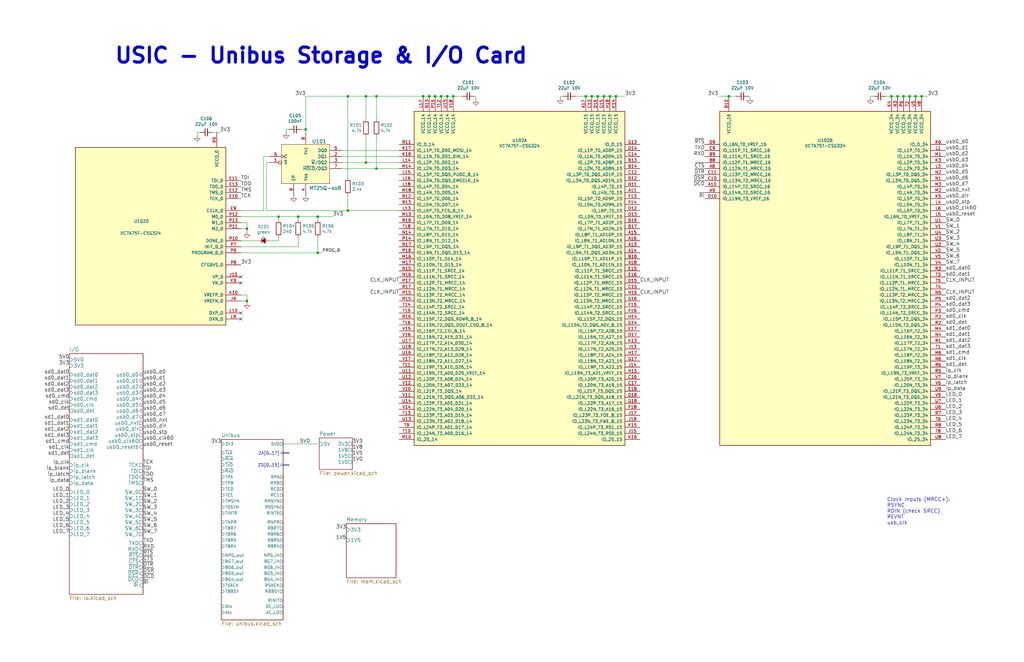
<source format=kicad_sch>
(kicad_sch (version 20230121) (generator eeschema)
  (paper "B")
  (title_block (title "Unibus Storage & I/O Card (USIC)") (date "2020-11-16") (rev "0.2"))
  (junction (at 104.14 127))
  (junction (at 375.92 40.64))
  (junction (at 254.635 40.64))
  (junction (at 158.75 40.64))
  (junction (at 133.985 91.44))
  (junction (at 383.54 40.64))
  (junction (at 146.685 40.64))
  (junction (at 307.34 40.64))
  (junction (at 158.75 71.12))
  (junction (at 191.135 40.64))
  (junction (at 125.73 91.44))
  (junction (at 183.515 40.64))
  (junction (at 117.475 91.44))
  (junction (at 104.14 96.52))
  (junction (at 180.975 40.64))
  (junction (at 249.555 40.64))
  (junction (at 259.715 40.64))
  (junction (at 133.985 106.68))
  (junction (at 247.015 40.64))
  (junction (at 178.435 40.64))
  (junction (at 154.305 40.64))
  (junction (at 128.905 54.61))
  (junction (at 386.08 40.64))
  (junction (at 146.685 88.9))
  (junction (at 257.175 40.64))
  (junction (at 186.055 40.64))
  (junction (at 388.62 40.64))
  (junction (at 252.095 40.64))
  (junction (at 378.46 40.64))
  (junction (at 188.595 40.64))
  (junction (at 381 40.64))
  (junction (at 154.305 68.58))
  (no_connect (at 101.6 116.84))
  (no_connect (at 101.6 132.08))
  (no_connect (at 101.6 119.38))
  (no_connect (at 101.6 134.62))
  (wire (pts (xy 188.595 40.64) (xy 191.135 40.64)))
  (wire (pts (xy 128.905 54.61) (xy 128.905 55.88)))
  (bus (pts (xy 121.92 196.215) (xy 119.38 196.215)))
  (wire (pts (xy 252.095 40.64) (xy 249.555 40.64)))
  (wire (pts (xy 101.6 104.14) (xy 125.73 104.14)))
  (wire (pts (xy 128.905 40.64) (xy 128.905 54.61)))
  (wire (pts (xy 158.75 40.64) (xy 178.435 40.64)))
  (wire (pts (xy 375.92 40.64) (xy 378.46 40.64)))
  (bus (pts (xy 121.92 191.135) (xy 119.38 191.135)))
  (wire (pts (xy 315.595 40.64) (xy 316.23 40.64)))
  (wire (pts (xy 247.015 40.64) (xy 242.57 40.64)))
  (wire (pts (xy 101.6 127) (xy 104.14 127)))
  (wire (pts (xy 113.665 101.6) (xy 117.475 101.6)))
  (wire (pts (xy 89.535 55.88) (xy 92.71 55.88)))
  (wire (pts (xy 128.905 40.64) (xy 146.685 40.64)))
  (wire (pts (xy 101.6 106.68) (xy 133.985 106.68)))
  (wire (pts (xy 144.145 63.5) (xy 168.275 63.5)))
  (wire (pts (xy 236.22 41.275) (xy 236.22 40.64)))
  (wire (pts (xy 316.23 40.64) (xy 316.23 41.275)))
  (wire (pts (xy 259.715 40.64) (xy 257.175 40.64)))
  (wire (pts (xy 120.65 54.61) (xy 121.92 54.61)))
  (wire (pts (xy 133.985 91.44) (xy 125.73 91.44)))
  (wire (pts (xy 383.54 40.64) (xy 386.08 40.64)))
  (wire (pts (xy 158.75 71.12) (xy 168.275 71.12)))
  (wire (pts (xy 101.6 88.9) (xy 111.125 88.9)))
  (wire (pts (xy 146.685 40.64) (xy 154.305 40.64)))
  (wire (pts (xy 381 40.64) (xy 383.54 40.64)))
  (wire (pts (xy 144.145 68.58) (xy 154.305 68.58)))
  (wire (pts (xy 127 54.61) (xy 128.905 54.61)))
  (wire (pts (xy 146.685 40.64) (xy 146.685 74.93)))
  (wire (pts (xy 112.395 88.9) (xy 146.685 88.9)))
  (wire (pts (xy 158.75 57.785) (xy 158.75 71.12)))
  (wire (pts (xy 249.555 40.64) (xy 247.015 40.64)))
  (wire (pts (xy 104.14 127) (xy 104.14 127.635)))
  (wire (pts (xy 178.435 40.64) (xy 180.975 40.64)))
  (wire (pts (xy 140.335 91.44) (xy 133.985 91.44)))
  (wire (pts (xy 186.055 40.64) (xy 188.595 40.64)))
  (wire (pts (xy 154.305 68.58) (xy 168.275 68.58)))
  (wire (pts (xy 112.395 68.58) (xy 113.665 68.58)))
  (wire (pts (xy 111.125 66.04) (xy 113.665 66.04)))
  (wire (pts (xy 104.14 96.52) (xy 104.14 93.98)))
  (wire (pts (xy 183.515 40.64) (xy 186.055 40.64)))
  (wire (pts (xy 125.73 91.44) (xy 117.475 91.44)))
  (wire (pts (xy 133.985 106.68) (xy 133.985 100.33)))
  (wire (pts (xy 200.025 40.64) (xy 200.66 40.64)))
  (wire (pts (xy 120.65 55.88) (xy 120.65 54.61)))
  (wire (pts (xy 133.985 106.68) (xy 135.89 106.68)))
  (wire (pts (xy 307.34 40.64) (xy 310.515 40.64)))
  (wire (pts (xy 263.525 40.64) (xy 259.715 40.64)))
  (wire (pts (xy 104.14 93.98) (xy 101.6 93.98)))
  (wire (pts (xy 101.6 124.46) (xy 104.14 124.46)))
  (wire (pts (xy 119.38 187.325) (xy 134.62 187.325)))
  (wire (pts (xy 101.6 91.44) (xy 117.475 91.44)))
  (wire (pts (xy 125.73 104.14) (xy 125.73 100.33)))
  (wire (pts (xy 154.305 40.64) (xy 158.75 40.64)))
  (wire (pts (xy 104.14 124.46) (xy 104.14 127)))
  (wire (pts (xy 101.6 101.6) (xy 108.585 101.6)))
  (wire (pts (xy 111.125 66.04) (xy 111.125 88.9)))
  (wire (pts (xy 154.305 57.785) (xy 154.305 68.58)))
  (wire (pts (xy 117.475 91.44) (xy 117.475 92.71)))
  (wire (pts (xy 154.305 50.165) (xy 154.305 40.64)))
  (wire (pts (xy 112.395 88.9) (xy 112.395 68.58)))
  (wire (pts (xy 117.475 100.33) (xy 117.475 101.6)))
  (wire (pts (xy 125.73 91.44) (xy 125.73 92.71)))
  (wire (pts (xy 83.185 57.15) (xy 83.185 55.88)))
  (wire (pts (xy 146.685 88.9) (xy 168.275 88.9)))
  (wire (pts (xy 367.03 40.64) (xy 368.3 40.64)))
  (wire (pts (xy 388.62 40.64) (xy 391.16 40.64)))
  (wire (pts (xy 254.635 40.64) (xy 252.095 40.64)))
  (wire (pts (xy 158.75 50.165) (xy 158.75 40.64)))
  (wire (pts (xy 133.985 92.71) (xy 133.985 91.44)))
  (wire (pts (xy 191.135 40.64) (xy 194.945 40.64)))
  (wire (pts (xy 144.145 66.04) (xy 168.275 66.04)))
  (wire (pts (xy 236.22 40.64) (xy 237.49 40.64)))
  (wire (pts (xy 378.46 40.64) (xy 381 40.64)))
  (wire (pts (xy 257.175 40.64) (xy 254.635 40.64)))
  (wire (pts (xy 200.66 40.64) (xy 200.66 41.91)))
  (wire (pts (xy 386.08 40.64) (xy 388.62 40.64)))
  (wire (pts (xy 101.6 96.52) (xy 104.14 96.52)))
  (wire (pts (xy 144.145 71.12) (xy 158.75 71.12)))
  (wire (pts (xy 146.685 82.55) (xy 146.685 88.9)))
  (wire (pts (xy 373.38 40.64) (xy 375.92 40.64)))
  (wire (pts (xy 302.895 40.64) (xy 307.34 40.64)))
  (wire (pts (xy 180.975 40.64) (xy 183.515 40.64)))
  (wire (pts (xy 104.14 97.79) (xy 104.14 96.52)))
  (wire (pts (xy 367.03 41.275) (xy 367.03 40.64)))
  (wire (pts (xy 83.185 55.88) (xy 84.455 55.88)))
  (text "USIC - Unibus Storage & I/O Card" (at 222.885 27.305 0) (effects (font (size 6.35 6.35) (thickness 1.27) bold) (justify right bottom)))
  (text "Clock Inputs (MRCC+):\nRSYNC\nRDIN (check SRCC)\nREVNT\nusb_clk" (at 374.015 221.615 0) (effects (font (size 1.524 1.524)) (justify left bottom)))
  (label "5V0" (at 126.365 187.325 0) (effects (font (size 1.524 1.524))))
  (label "TDI" (at 60.325 198.755 0) (effects (font (size 1.524 1.524))))
  (label "~{DCD}" (at 60.325 244.475 0) (effects (font (size 1.524 1.524))))
  (label "sd1_dat2" (at 29.21 182.245 180) (effects (font (size 1.524 1.524))))
  (label "ip_clk" (at 398.78 157.48 0) (effects (font (size 1.524 1.524))))
  (label "SW_1" (at 398.78 96.52 0) (effects (font (size 1.524 1.524))))
  (label "sd1_clk" (at 29.21 189.865 180) (effects (font (size 1.524 1.524))))
  (label "SW_7" (at 60.325 225.425 0) (effects (font (size 1.524 1.524))))
  (label "SW_3" (at 60.325 215.265 0) (effects (font (size 1.524 1.524))))
  (label "usb0_d6" (at 398.78 76.2 0) (effects (font (size 1.524 1.524))))
  (label "usb0_d0" (at 398.78 60.96 0) (effects (font (size 1.524 1.524))))
  (label "sd0_dat2" (at 29.21 163.195 180) (effects (font (size 1.524 1.524))))
  (label "~{DCD}" (at 297.18 78.74 180) (effects (font (size 1.524 1.524))))
  (label "LED_2" (at 29.21 212.725 180) (effects (font (size 1.524 1.524))))
  (label "SW_0" (at 398.78 93.98 0) (effects (font (size 1.524 1.524))))
  (label "TMS" (at 101.6 81.28 0) (effects (font (size 1.524 1.524))))
  (label "ip_clk" (at 29.21 196.215 180) (effects (font (size 1.524 1.524))))
  (label "LED_5" (at 398.78 180.34 0) (effects (font (size 1.524 1.524))))
  (label "LED_6" (at 29.21 222.885 180) (effects (font (size 1.524 1.524))))
  (label "LED_7" (at 29.21 225.425 180) (effects (font (size 1.524 1.524))))
  (label "ip_blank" (at 398.78 160.02 0) (effects (font (size 1.524 1.524))))
  (label "usb0_d3" (at 60.325 165.735 0) (effects (font (size 1.524 1.524))))
  (label "1V8" (at 148.59 189.865 0) (effects (font (size 1.524 1.524))))
  (label "sd1_dat1" (at 398.78 142.24 0) (effects (font (size 1.524 1.524))))
  (label "3V3" (at 263.525 40.64 0) (effects (font (size 1.524 1.524))))
  (label "CLK_INPUT" (at 168.275 119.38 180) (effects (font (size 1.524 1.524))))
  (label "~{RI}" (at 297.18 83.82 180) (effects (font (size 1.524 1.524))))
  (label "sd0_det" (at 398.78 137.16 0) (effects (font (size 1.524 1.524))))
  (label "usb0_d4" (at 398.78 71.12 0) (effects (font (size 1.524 1.524))))
  (label "3V3" (at 101.6 111.76 0) (effects (font (size 1.524 1.524))))
  (label "sd0_dat1" (at 29.21 160.655 180) (effects (font (size 1.524 1.524))))
  (label "LED_4" (at 29.21 217.805 180) (effects (font (size 1.524 1.524))))
  (label "SW_6" (at 398.78 109.22 0) (effects (font (size 1.524 1.524))))
  (label "usb0_clk60" (at 60.325 186.055 0) (effects (font (size 1.524 1.524))))
  (label "sd0_dat0" (at 29.21 158.115 180) (effects (font (size 1.524 1.524))))
  (label "sd0_clk" (at 29.21 170.815 180) (effects (font (size 1.524 1.524))))
  (label "usb0_dir" (at 398.78 83.82 0) (effects (font (size 1.524 1.524))))
  (label "ip_data" (at 29.21 203.835 180) (effects (font (size 1.524 1.524))))
  (label "usb0_d5" (at 60.325 170.815 0) (effects (font (size 1.524 1.524))))
  (label "sd0_det" (at 29.21 173.355 180) (effects (font (size 1.524 1.524))))
  (label "LED_5" (at 29.21 220.345 180) (effects (font (size 1.524 1.524))))
  (label "3V3" (at 140.335 91.44 0) (effects (font (size 1.524 1.524))))
  (label "usb0_d1" (at 398.78 63.5 0) (effects (font (size 1.524 1.524))))
  (label "~{DTR}" (at 60.325 239.395 0) (effects (font (size 1.524 1.524))))
  (label "SW_7" (at 398.78 111.76 0) (effects (font (size 1.524 1.524))))
  (label "usp0_stp" (at 398.78 86.36 0) (effects (font (size 1.524 1.524))))
  (label "3V3" (at 302.895 40.64 180) (effects (font (size 1.524 1.524))))
  (label "sd0_cmd" (at 398.78 132.08 0) (effects (font (size 1.524 1.524))))
  (label "TXD" (at 297.18 63.5 180) (effects (font (size 1.524 1.524))))
  (label "SW_2" (at 398.78 99.06 0) (effects (font (size 1.524 1.524))))
  (label "~{RTS}" (at 60.325 234.315 0) (effects (font (size 1.524 1.524))))
  (label "CLK_INPUT" (at 398.78 124.46 0) (effects (font (size 1.524 1.524))))
  (label "sd0_cmd" (at 29.21 168.275 180) (effects (font (size 1.524 1.524))))
  (label "SW_2" (at 60.325 212.725 0) (effects (font (size 1.524 1.524))))
  (label "LED_3" (at 398.78 175.26 0) (effects (font (size 1.524 1.524))))
  (label "ip_latch" (at 29.21 201.295 180) (effects (font (size 1.524 1.524))))
  (label "sd1_det" (at 398.78 154.94 0) (effects (font (size 1.524 1.524))))
  (label "SW_4" (at 398.78 104.14 0) (effects (font (size 1.524 1.524))))
  (label "usb0_d7" (at 398.78 78.74 0) (effects (font (size 1.524 1.524))))
  (label "TDI" (at 101.6 76.2 0) (effects (font (size 1.524 1.524))))
  (label "SW_0" (at 60.325 207.645 0) (effects (font (size 1.524 1.524))))
  (label "~{DTR}" (at 297.18 73.66 180) (effects (font (size 1.524 1.524))))
  (label "~{DSR}" (at 297.18 76.2 180) (effects (font (size 1.524 1.524))))
  (label "usp0_stp" (at 60.325 183.515 0) (effects (font (size 1.524 1.524))))
  (label "sd0_dat0" (at 398.78 114.3 0) (effects (font (size 1.524 1.524))))
  (label "SW_3" (at 398.78 101.6 0) (effects (font (size 1.524 1.524))))
  (label "ip_blank" (at 29.21 198.755 180) (effects (font (size 1.524 1.524))))
  (label "PROG_B" (at 135.89 106.68 0))
  (label "3V3" (at 146.05 223.52 180) (effects (font (size 1.524 1.524))))
  (label "~{CTS}" (at 297.18 71.12 180) (effects (font (size 1.524 1.524))))
  (label "3V3" (at 148.59 187.325 0) (effects (font (size 1.524 1.524))))
  (label "3V3" (at 92.71 55.88 0) (effects (font (size 1.524 1.524))))
  (label "usb0_d6" (at 60.325 173.355 0) (effects (font (size 1.524 1.524))))
  (label "sd1_dat3" (at 398.78 147.32 0) (effects (font (size 1.524 1.524))))
  (label "LED_1" (at 29.21 210.185 180) (effects (font (size 1.524 1.524))))
  (label "usb0_nxt" (at 398.78 81.28 0) (effects (font (size 1.524 1.524))))
  (label "sd1_dat2" (at 398.78 144.78 0) (effects (font (size 1.524 1.524))))
  (label "ip_data" (at 398.78 165.1 0) (effects (font (size 1.524 1.524))))
  (label "3V3" (at 128.905 40.64 180) (effects (font (size 1.524 1.524))))
  (label "1V0" (at 148.59 194.945 0) (effects (font (size 1.524 1.524))))
  (label "~{RTS}" (at 297.18 60.96 180) (effects (font (size 1.524 1.524))))
  (label "~{CTS}" (at 60.325 236.855 0) (effects (font (size 1.524 1.524))))
  (label "TDO" (at 60.325 201.295 0) (effects (font (size 1.524 1.524))))
  (label "TCK" (at 101.6 83.82 0) (effects (font (size 1.524 1.524))))
  (label "sd1_cmd" (at 29.21 187.325 180) (effects (font (size 1.524 1.524))))
  (label "~{RI}" (at 60.325 247.015 0) (effects (font (size 1.524 1.524))))
  (label "sd0_clk" (at 398.78 134.62 0) (effects (font (size 1.524 1.524))))
  (label "LED_1" (at 398.78 170.18 0) (effects (font (size 1.524 1.524))))
  (label "LED_4" (at 398.78 177.8 0) (effects (font (size 1.524 1.524))))
  (label "RXD" (at 60.325 231.775 0) (effects (font (size 1.524 1.524))))
  (label "usb0_clk60" (at 398.78 88.9 0) (effects (font (size 1.524 1.524))))
  (label "usb0_d4" (at 60.325 168.275 0) (effects (font (size 1.524 1.524))))
  (label "sd1_dat0" (at 398.78 139.7 0) (effects (font (size 1.524 1.524))))
  (label "usb0_nxt" (at 60.325 178.435 0) (effects (font (size 1.524 1.524))))
  (label "sd0_dat3" (at 29.21 165.735 180) (effects (font (size 1.524 1.524))))
  (label "ip_latch" (at 398.78 162.56 0) (effects (font (size 1.524 1.524))))
  (label "usb0_d2" (at 398.78 66.04 0) (effects (font (size 1.524 1.524))))
  (label "CLK_INPUT" (at 269.875 124.46 0) (effects (font (size 1.524 1.524))))
  (label "LED_6" (at 398.78 182.88 0) (effects (font (size 1.524 1.524))))
  (label "LED_7" (at 398.78 185.42 0) (effects (font (size 1.524 1.524))))
  (label "5V0" (at 29.21 151.765 180) (effects (font (size 1.524 1.524))))
  (label "1V5" (at 148.59 192.405 0) (effects (font (size 1.524 1.524))))
  (label "1V5" (at 146.05 227.965 180) (effects (font (size 1.524 1.524))))
  (label "usb0_d7" (at 60.325 175.895 0) (effects (font (size 1.524 1.524))))
  (label "sd0_dat3" (at 398.78 129.54 0) (effects (font (size 1.524 1.524))))
  (label "RXD" (at 297.18 66.04 180) (effects (font (size 1.524 1.524))))
  (label "sd0_dat1" (at 398.78 116.84 0) (effects (font (size 1.524 1.524))))
  (label "3V3" (at 29.21 154.305 180) (effects (font (size 1.524 1.524))))
  (label "LED_2" (at 398.78 172.72 0) (effects (font (size 1.524 1.524))))
  (label "usb0_d0" (at 60.325 158.115 0) (effects (font (size 1.524 1.524))))
  (label "usb0_reset" (at 60.325 188.595 0) (effects (font (size 1.524 1.524))))
  (label "CLK_INPUT" (at 398.78 119.38 0) (effects (font (size 1.524 1.524))))
  (label "sd1_cmd" (at 398.78 149.86 0) (effects (font (size 1.524 1.524))))
  (label "CLK_INPUT" (at 269.875 119.38 0) (effects (font (size 1.524 1.524))))
  (label "LED_3" (at 29.21 215.265 180) (effects (font (size 1.524 1.524))))
  (label "sd1_dat3" (at 29.21 184.785 180) (effects (font (size 1.524 1.524))))
  (label "TXD" (at 60.325 229.235 0) (effects (font (size 1.524 1.524))))
  (label "sd0_dat2" (at 398.78 127 0) (effects (font (size 1.524 1.524))))
  (label "TMS" (at 60.325 203.835 0) (effects (font (size 1.524 1.524))))
  (label "usb0_d3" (at 398.78 68.58 0) (effects (font (size 1.524 1.524))))
  (label "TDO" (at 101.6 78.74 0) (effects (font (size 1.524 1.524))))
  (label "CLK_INPUT" (at 168.275 124.46 180) (effects (font (size 1.524 1.524))))
  (label "sd1_det" (at 29.21 192.405 180) (effects (font (size 1.524 1.524))))
  (label "usb0_d2" (at 60.325 163.195 0) (effects (font (size 1.524 1.524))))
  (label "~{DSR}" (at 60.325 241.935 0) (effects (font (size 1.524 1.524))))
  (label "sd1_clk" (at 398.78 152.4 0) (effects (font (size 1.524 1.524))))
  (label "SW_4" (at 60.325 217.805 0) (effects (font (size 1.524 1.524))))
  (label "3V3" (at 93.345 187.325 180) (effects (font (size 1.524 1.524))))
  (label "SW_6" (at 60.325 222.885 0) (effects (font (size 1.524 1.524))))
  (label "LED_0" (at 29.21 207.645 180) (effects (font (size 1.524 1.524))))
  (label "SW_5" (at 60.325 220.345 0) (effects (font (size 1.524 1.524))))
  (label "usb0_d1" (at 60.325 160.655 0) (effects (font (size 1.524 1.524))))
  (label "3V3" (at 391.16 40.64 0) (effects (font (size 1.524 1.524))))
  (label "usb0_reset" (at 398.78 91.44 0) (effects (font (size 1.524 1.524))))
  (label "TCK" (at 60.325 196.215 0) (effects (font (size 1.524 1.524))))
  (label "usb0_dir" (at 60.325 180.975 0) (effects (font (size 1.524 1.524))))
  (label "usb0_d5" (at 398.78 73.66 0) (effects (font (size 1.524 1.524))))
  (label "LED_0" (at 398.78 167.64 0) (effects (font (size 1.524 1.524))))
  (label "sd1_dat0" (at 29.21 177.165 180) (effects (font (size 1.524 1.524))))
  (label "sd1_dat1" (at 29.21 179.705 180) (effects (font (size 1.524 1.524))))
  (label "SW_5" (at 398.78 106.68 0) (effects (font (size 1.524 1.524))))
  (label "SW_1" (at 60.325 210.185 0) (effects (font (size 1.524 1.524))))
  (symbol (lib_id "FPGA_Xilinx_Artix7:XC7A75T-CSG324") (at 219.075 114.3 0) (unit 1)
    (property "Reference" "U102" (at 219.075 59.2582 0))
    (property "Value" "XC7A75T-CSG324" (at 219.075 61.5696 0))
    (property "Footprint" "Package_BGA:Xilinx_CSG324" (effects hide))
    (property "manf#" "XC7A75T-CSG324" (effects hide))
  )
  (symbol (lib_id "FPGA_Xilinx_Artix7:XC7A75T-CSG324") (at 347.98 114.3 0) (unit 2)
    (property "Reference" "U102" (at 347.98 59.2582 0))
    (property "Value" "XC7A75T-CSG324" (at 347.98 61.5696 0))
    (property "Footprint" "Package_BGA:Xilinx_CSG324" (effects hide))
    (property "manf#" "XC7A75T-CSG324" (effects hide))
  )
  (symbol (lib_id "FPGA_Xilinx_Artix7:XC7A75T-CSG324") (at 63.5 96.52 0) (unit 4)
    (property "Reference" "U102" (at 62.865 93.345 0) (effects (justify right)))
    (property "Value" "XC7A75T-CSG324" (at 67.945 98.425 0) (effects (justify right)))
    (property "Footprint" "Package_BGA:Xilinx_CSG324" (effects hide))
    (property "manf#" "XC7A75T-CSG324" (effects hide))
  )
  (symbol (lib_id "power:GND") (at 128.905 82.55 0) (unit 1)
    (property "Reference" "#PWR0108" (effects hide))
    (property "Value" "GND" (effects hide))
  )
  (symbol (lib_id "power:GND") (at 120.65 55.88 0) (unit 1)
    (property "Reference" "#PWR0105" (effects hide))
    (property "Value" "GND" (effects hide))
  )
  (symbol (lib_id "power:GND") (at 104.14 127.635 0) (mirror y) (unit 1)
    (property "Reference" "#PWR0110" (effects hide))
    (property "Value" "GND" (effects hide))
  )
  (symbol (lib_id "Device:LED_Small_ALT") (at 111.125 101.6 0) (unit 1)
    (property "Reference" "D101" (at 111.125 95.631 0))
    (property "Value" "green" (at 111.125 97.9424 0))
    (property "Footprint" "LED_SMD:LED_0603_1608Metric" (effects hide))
  )
  (symbol (lib_id "Device:R") (at 117.475 96.52 0) (mirror y) (unit 1)
    (property "Reference" "R104" (at 119.253 95.3516 0) (effects (justify right)))
    (property "Value" "240" (at 119.253 97.663 0) (effects (justify right)))
    (property "Footprint" "Resistor_SMD:R_0603_1608Metric" (effects hide))
  )
  (symbol (lib_id "Device:R") (at 125.73 96.52 0) (mirror y) (unit 1)
    (property "Reference" "R105" (at 127.508 95.3516 0) (effects (justify right)))
    (property "Value" "4.7k" (at 127.508 97.663 0) (effects (justify right)))
    (property "Footprint" "Resistor_SMD:R_0603_1608Metric" (effects hide))
  )
  (symbol (lib_id "Device:R") (at 133.985 96.52 0) (mirror y) (unit 1)
    (property "Reference" "R106" (at 135.763 95.3516 0) (effects (justify right)))
    (property "Value" "4.7k" (at 135.763 97.663 0) (effects (justify right)))
    (property "Footprint" "Resistor_SMD:R_0603_1608Metric" (effects hide))
  )
  (symbol (lib_id "Device:C_Small") (at 124.46 54.61 90) (unit 1)
    (property "Reference" "C105" (at 124.46 48.7934 90))
    (property "Value" "100nF" (at 124.46 51.1048 90))
    (property "Footprint" "Capacitor_SMD:C_0603_1608Metric" (effects hide))
  )
  (symbol (lib_id "power:GND") (at 104.14 97.79 0) (unit 1)
    (property "Reference" "#PWR0109" (effects hide))
    (property "Value" "GND" (effects hide))
  )
  (symbol (lib_id "Device:R") (at 146.685 78.74 0) (mirror y) (unit 1)
    (property "Reference" "R103" (at 148.4122 77.5716 0) (effects (justify right)))
    (property "Value" "2.4k" (at 148.4122 79.883 0) (effects (justify right)))
    (property "Footprint" "Resistor_SMD:R_0603_1608Metric" (effects hide))
  )
  (symbol (lib_id "Device:R") (at 154.305 53.975 0) (mirror y) (unit 1)
    (property "Reference" "R101" (at 152.5778 52.8066 0) (effects (justify left)))
    (property "Value" "4.7k" (at 152.5778 55.118 0) (effects (justify left)))
    (property "Footprint" "Resistor_SMD:R_0603_1608Metric" (effects hide))
  )
  (symbol (lib_id "Device:R") (at 158.75 53.975 0) (mirror y) (unit 1)
    (property "Reference" "R102" (at 160.4772 52.8066 0) (effects (justify right)))
    (property "Value" "4.7k" (at 160.4772 55.118 0) (effects (justify right)))
    (property "Footprint" "Resistor_SMD:R_0603_1608Metric" (effects hide))
  )
  (symbol (lib_id "myLib:MT25Q-mlp8") (at 128.905 68.58 0) (unit 1)
    (property "Reference" "U101" (at 134.62 59.69 0) (effects (font (size 1.524 1.524))))
    (property "Value" "MT25Q-so8" (at 137.16 79.375 0) (effects (font (size 1.524 1.524))))
    (property "Footprint" "Package_DFN_QFN:DFN-8-1EP_6x5mm_P1.27mm_EP4x4mm" (effects hide))
    (property "Datasheet" "https://www.micron.com/~/media/documents/products/data-sheet/nor-flash/serial-nor/mt25q/die-rev-a/mt25q_qljs_l_256_aba_0.pdf" (effects hide))
    (property "manf#" "MT25QL128ABA1EW7-0SIT" (effects hide))
  )
  (symbol (lib_id "power:GND") (at 123.825 82.55 0) (unit 1)
    (property "Reference" "#PWR0107" (effects hide))
    (property "Value" "GND" (effects hide))
  )
  (symbol (lib_id "Device:C_Small") (at 86.995 55.88 90) (unit 1)
    (property "Reference" "C106" (at 86.995 50.0634 90))
    (property "Value" "22µF 10V" (at 86.995 52.3748 90))
    (property "Footprint" "Capacitor_SMD:C_0603_1608Metric" (effects hide))
  )
  (symbol (lib_id "power:GND") (at 83.185 57.15 0) (unit 1)
    (property "Reference" "#PWR0106" (effects hide))
    (property "Value" "GND" (effects hide))
  )
  (symbol (lib_id "Device:C_Small") (at 197.485 40.64 90) (unit 1)
    (property "Reference" "C101" (at 197.485 34.8234 90))
    (property "Value" "22µF 10V" (at 197.485 37.1348 90))
    (property "Footprint" "Capacitor_SMD:C_0603_1608Metric" (effects hide))
  )
  (symbol (lib_id "Device:C_Small") (at 240.03 40.64 90) (unit 1)
    (property "Reference" "C102" (at 240.03 34.8234 90))
    (property "Value" "22µF 10V" (at 240.03 37.1348 90))
    (property "Footprint" "Capacitor_SMD:C_0603_1608Metric" (effects hide))
  )
  (symbol (lib_id "power:GND") (at 200.66 41.91 0) (unit 1)
    (property "Reference" "#PWR0104" (effects hide))
    (property "Value" "GND" (effects hide))
  )
  (symbol (lib_id "power:GND") (at 236.22 41.275 0) (unit 1)
    (property "Reference" "#PWR0101" (effects hide))
    (property "Value" "GND" (effects hide))
  )
  (symbol (lib_id "Device:C_Small") (at 370.84 40.64 90) (unit 1)
    (property "Reference" "C104" (at 370.84 34.8234 90))
    (property "Value" "22µF 10V" (at 370.84 37.1348 90))
    (property "Footprint" "Capacitor_SMD:C_0603_1608Metric" (effects hide))
  )
  (symbol (lib_id "power:GND") (at 367.03 41.275 0) (unit 1)
    (property "Reference" "#PWR0103" (effects hide))
    (property "Value" "GND" (effects hide))
  )
  (symbol (lib_id "Device:C_Small") (at 313.055 40.64 90) (unit 1)
    (property "Reference" "C103" (at 313.055 34.8234 90))
    (property "Value" "22µF 10V" (at 313.055 37.1348 90))
    (property "Footprint" "Capacitor_SMD:C_0603_1608Metric" (effects hide))
  )
  (symbol (lib_id "power:GND") (at 316.23 41.275 0) (unit 1)
    (property "Reference" "#PWR0102" (effects hide))
    (property "Value" "GND" (effects hide))
  )
  (sheet (at 29.21 149.225) (size 31.115 101.6)
    (property "Sheetname" "I/O" (at 29.21 148.3864 0) (effects (font (size 1.524 1.524)) (justify left bottom)))
    (property "Sheetfile" "io.kicad_sch" (at 29.21 251.5112 0) (effects (font (size 1.524 1.524)) (justify left top)))
    (pin "3V3" input (at 29.21 154.305 180) (effects (font (size 1.524 1.524))))
    (pin "sd0_dat2" bidirectional (at 29.21 163.195 180) (effects (font (size 1.524 1.524))))
    (pin "sd0_dat3" bidirectional (at 29.21 165.735 180) (effects (font (size 1.524 1.524))))
    (pin "sd0_cmd" input (at 29.21 168.275 180) (effects (font (size 1.524 1.524))))
    (pin "sd0_clk" input (at 29.21 170.815 180) (effects (font (size 1.524 1.524))))
    (pin "sd0_dat0" bidirectional (at 29.21 158.115 180) (effects (font (size 1.524 1.524))))
    (pin "sd0_dat1" bidirectional (at 29.21 160.655 180) (effects (font (size 1.524 1.524))))
    (pin "sd0_det" output (at 29.21 173.355 180) (effects (font (size 1.524 1.524))))
    (pin "sd1_dat2" bidirectional (at 29.21 182.245 180) (effects (font (size 1.524 1.524))))
    (pin "sd1_dat3" bidirectional (at 29.21 184.785 180) (effects (font (size 1.524 1.524))))
    (pin "sd1_cmd" input (at 29.21 187.325 180) (effects (font (size 1.524 1.524))))
    (pin "sd1_clk" input (at 29.21 189.865 180) (effects (font (size 1.524 1.524))))
    (pin "sd1_dat0" bidirectional (at 29.21 177.165 180) (effects (font (size 1.524 1.524))))
    (pin "sd1_dat1" bidirectional (at 29.21 179.705 180) (effects (font (size 1.524 1.524))))
    (pin "sd1_det" output (at 29.21 192.405 180) (effects (font (size 1.524 1.524))))
    (pin "ip_clk" input (at 29.21 196.215 180) (effects (font (size 1.524 1.524))))
    (pin "ip_blank" input (at 29.21 198.755 180) (effects (font (size 1.524 1.524))))
    (pin "ip_latch" input (at 29.21 201.295 180) (effects (font (size 1.524 1.524))))
    (pin "ip_data" input (at 29.21 203.835 180) (effects (font (size 1.524 1.524))))
    (pin "usb0_d7" bidirectional (at 60.325 175.895 0) (effects (font (size 1.524 1.524))))
    (pin "usb0_d6" bidirectional (at 60.325 173.355 0) (effects (font (size 1.524 1.524))))
    (pin "usb0_d5" bidirectional (at 60.325 170.815 0) (effects (font (size 1.524 1.524))))
    (pin "usb0_d4" bidirectional (at 60.325 168.275 0) (effects (font (size 1.524 1.524))))
    (pin "usb0_d3" bidirectional (at 60.325 165.735 0) (effects (font (size 1.524 1.524))))
    (pin "usb0_d2" bidirectional (at 60.325 163.195 0) (effects (font (size 1.524 1.524))))
    (pin "usb0_d1" bidirectional (at 60.325 160.655 0) (effects (font (size 1.524 1.524))))
    (pin "usb0_d0" bidirectional (at 60.325 158.115 0) (effects (font (size 1.524 1.524))))
    (pin "usb0_nxt" output (at 60.325 178.435 0) (effects (font (size 1.524 1.524))))
    (pin "usb0_dir" output (at 60.325 180.975 0) (effects (font (size 1.524 1.524))))
    (pin "usb0_stp" output (at 60.325 183.515 0) (effects (font (size 1.524 1.524))))
    (pin "usb0_clk60" output (at 60.325 186.055 0) (effects (font (size 1.524 1.524))))
    (pin "usb0_resetb" input (at 60.325 188.595 0) (effects (font (size 1.524 1.524))))
    (pin "SW_0" output (at 60.325 207.645 0) (effects (font (size 1.524 1.524))))
    (pin "SW_1" output (at 60.325 210.185 0) (effects (font (size 1.524 1.524))))
    (pin "SW_2" output (at 60.325 212.725 0) (effects (font (size 1.524 1.524))))
    (pin "SW_3" output (at 60.325 215.265 0) (effects (font (size 1.524 1.524))))
    (pin "SW_4" output (at 60.325 217.805 0) (effects (font (size 1.524 1.524))))
    (pin "SW_5" output (at 60.325 220.345 0) (effects (font (size 1.524 1.524))))
    (pin "SW_6" output (at 60.325 222.885 0) (effects (font (size 1.524 1.524))))
    (pin "SW_7" output (at 60.325 225.425 0) (effects (font (size 1.524 1.524))))
    (pin "LED_0" input (at 29.21 207.645 180) (effects (font (size 1.524 1.524))))
    (pin "LED_1" input (at 29.21 210.185 180) (effects (font (size 1.524 1.524))))
    (pin "LED_2" input (at 29.21 212.725 180) (effects (font (size 1.524 1.524))))
    (pin "LED_3" input (at 29.21 215.265 180) (effects (font (size 1.524 1.524))))
    (pin "LED_4" input (at 29.21 217.805 180) (effects (font (size 1.524 1.524))))
    (pin "LED_5" input (at 29.21 220.345 180) (effects (font (size 1.524 1.524))))
    (pin "LED_6" input (at 29.21 222.885 180) (effects (font (size 1.524 1.524))))
    (pin "LED_7" input (at 29.21 225.425 180) (effects (font (size 1.524 1.524))))
    (pin "5V0" input (at 29.21 151.765 180) (effects (font (size 1.524 1.524))))
    (pin "TCK" output (at 60.325 196.215 0) (effects (font (size 1.524 1.524))))
    (pin "TDI" output (at 60.325 198.755 0) (effects (font (size 1.524 1.524))))
    (pin "TDO" input (at 60.325 201.295 0) (effects (font (size 1.524 1.524))))
    (pin "TMS" output (at 60.325 203.835 0) (effects (font (size 1.524 1.524))))
    (pin "TXD" output (at 60.325 229.235 0) (effects (font (size 1.524 1.524))))
    (pin "RXD" input (at 60.325 231.775 0) (effects (font (size 1.524 1.524))))
    (pin "~{RTS}" output (at 60.325 234.315 0) (effects (font (size 1.524 1.524))))
    (pin "~{CTS}" input (at 60.325 236.855 0) (effects (font (size 1.524 1.524))))
    (pin "~{DTR}" output (at 60.325 239.395 0) (effects (font (size 1.524 1.524))))
    (pin "~{DSR}" input (at 60.325 241.935 0) (effects (font (size 1.524 1.524))))
    (pin "~{DCD}" input (at 60.325 244.475 0) (effects (font (size 1.524 1.524))))
    (pin "~{RI}" input (at 60.325 247.015 0) (effects (font (size 1.524 1.524))))
  )
  (sheet (at 134.62 184.785) (size 13.97 13.335)
    (property "Sheetname" "Power" (at 134.62 183.9464 0) (effects (font (size 1.524 1.524)) (justify left bottom)))
    (property "Sheetfile" "power.kicad_sch" (at 134.62 198.8062 0) (effects (font (size 1.524 1.524)) (justify left top)))
    (pin "5V" input (at 134.62 187.325 180) (effects (font (size 1.524 1.524))))
    (pin "3V3" output (at 148.59 187.325 0) (effects (font (size 1.524 1.524))))
    (pin "1V8" output (at 148.59 189.865 0) (effects (font (size 1.524 1.524))))
    (pin "1V5" output (at 148.59 192.405 0) (effects (font (size 1.524 1.524))))
    (pin "1V0" output (at 148.59 194.945 0) (effects (font (size 1.524 1.524))))
  )
  (sheet (at 93.345 185.42) (size 26.035 76.2)
    (property "Sheetname" "Unibus" (at 93.345 184.5814 0) (effects (font (size 1.524 1.524)) (justify left bottom)))
    (property "Sheetfile" "unibus.kicad_sch" (at 93.345 262.3062 0) (effects (font (size 1.524 1.524)) (justify left top)))
    (pin "NPG_in" output (at 119.38 234.315 0))
    (pin "RBR5" output (at 119.38 227.965 0))
    (pin "BG4_in" output (at 119.38 244.475 0))
    (pin "NPG_out" input (at 93.345 234.315 180))
    (pin "Atx" input (at 93.345 258.445 180))
    (pin "Dtx" input (at 93.345 255.905 180))
    (pin "TPA" input (at 93.345 201.295 180))
    (pin "TPB" input (at 93.345 203.835 180))
    (pin "RPA" output (at 119.38 201.295 0))
    (pin "DC_LO" output (at 119.38 255.905 0))
    (pin "AC_LO" output (at 119.38 258.445 0))
    (pin "5V0" output (at 119.38 187.325 0))
    (pin "3V3" input (at 93.345 187.325 180))
    (pin "RPB" output (at 119.38 203.835 0))
    (pin "TBR7" input (at 93.345 222.885 180))
    (pin "TBR6" input (at 93.345 225.425 180))
    (pin "RBR7" output (at 119.38 222.885 0))
    (pin "RBR6" output (at 119.38 225.425 0))
    (pin "TBR5" input (at 93.345 227.965 180))
    (pin "TBR4" input (at 93.345 230.505 180))
    (pin "BG7_out" input (at 93.345 236.855 180))
    (pin "RBR4" output (at 119.38 230.505 0))
    (pin "BG7_in" output (at 119.38 236.855 0))
    (pin "RINIT" output (at 119.38 253.365 0))
    (pin "BG6_in" output (at 119.38 239.395 0))
    (pin "BG5_in" output (at 119.38 241.935 0))
    (pin "BG6_out" input (at 93.345 239.395 180))
    (pin "BG5_out" input (at 93.345 241.935 180))
    (pin "BG4_out" input (at 93.345 244.475 180))
    (pin "TMSYN" input (at 93.345 211.455 180))
    (pin "RMSYN" output (at 119.38 211.455 0))
    (pin "TSSYN" input (at 93.345 213.995 180))
    (pin "TC1" input (at 93.345 208.915 180))
    (pin "TC0" input (at 93.345 206.375 180))
    (pin "RSSYN" output (at 119.38 213.995 0))
    (pin "RC1" output (at 119.38 208.915 0))
    (pin "RC0" output (at 119.38 206.375 0))
    (pin "RBBSY" output (at 119.38 249.555 0))
    (pin "TBBSY" input (at 93.345 249.555 180))
    (pin "TSACK" input (at 93.345 247.015 180))
    (pin "TINTR" input (at 93.345 216.535 180))
    (pin "TNPR" input (at 93.345 220.345 180))
    (pin "RSACK" output (at 119.38 247.015 0))
    (pin "RINTR" output (at 119.38 216.535 0))
    (pin "RNPR" output (at 119.38 220.345 0))
    (pin "ZD[0..15]" bidirectional (at 119.38 196.215 0))
    (pin "ZA[0..17]" bidirectional (at 119.38 191.135 0))
    (pin "~{RxA}" input (at 93.345 193.675 180))
    (pin "~{RxD}" input (at 93.345 198.755 180))
    (pin "~{TxA}" input (at 93.345 191.135 180))
    (pin "~{TxD}" input (at 93.345 196.215 180))
  )
  (sheet (at 146.05 220.98) (size 20.955 22.86)
    (property "Sheetname" "Memory" (at 146.05 220.1414 0) (effects (font (size 1.524 1.524)) (justify left bottom)))
    (property "Sheetfile" "mem.kicad_sch" (at 146.05 244.5262 0) (effects (font (size 1.524 1.524)) (justify left top)))
    (pin "1V5" input (at 146.05 227.965 180) (effects (font (size 1.524 1.524))))
    (pin "3V3" input (at 146.05 223.52 180) (effects (font (size 1.524 1.524))))
  )
)
</source>
